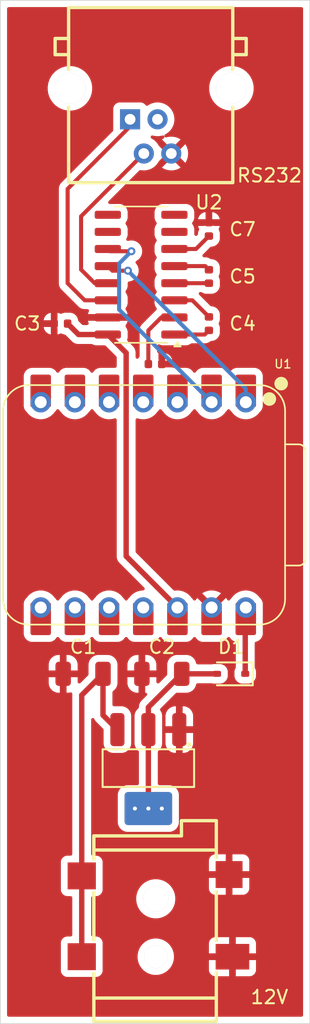
<source format=kicad_pcb>
(kicad_pcb (version 20241229) (generator "pcbnew") (generator_version "9.0")
  (layers (0 "F.Cu" signal) (2 "B.Cu" signal) (13 "F.Paste" user) (15 "B.Paste" user) (5 "F.SilkS" user "F.Silkscreen") (7 "B.SilkS" user "B.Silkscreen") (1 "F.Mask" user) (3 "B.Mask" user) (25 "Edge.Cuts" user))
  (net 0 "")
  (net 1 "GND")
  (net 2 "Net-(U2-C1+)")
  (net 3 "Net-(U2-C1-)")
  (net 4 "Net-(U2-C2+)")
  (net 5 "Net-(U2-C2-)")
  (net 6 "Net-(U2-VS+)")
  (net 7 "Net-(U2-VS-)")
  (net 8 "/12V")
  (net 9 "/5V")
  (net 10 "/3.3V")
  (net 11 "/RS232 TX")
  (net 16 "/RS232 RX")
  (net 17 "/UART TX")
  (net 18 "/UART RX")
  (net 38 "/5VD")
  (footprint "RJ11:RJ11-TH_PCB-6P4C-90_C189746" (layer "F.Cu") (at 135.1725 78.1025 180)
    (property "Reference" "RS232" (at -8.8275 -2.8975 0) (layer "F.SilkS"))
    (property "Value" "PCB-6P4C-90_C189746" (hide yes))
    (fp_line (start 7.1 7.27) (end 7.1 6.07) (stroke (width 0.25)) (layer "F.SilkS"))
    (fp_line (start 6.1 7.27) (end 7.1 7.27) (stroke (width 0.25)) (layer "F.SilkS"))
    (fp_line (start 6.1 6.07) (end 7.1 6.07) (stroke (width 0.25)) (layer "F.SilkS"))
    (fp_line (start 6.1 4.97) (end 6.1 9.57) (stroke (width 0.25)) (layer "F.SilkS"))
    (fp_line (start 6.1 -3.43) (end 6.1 2.17) (stroke (width 0.25)) (layer "F.SilkS"))
    (fp_line (start -6.1 9.57) (end 6.1 9.57) (stroke (width 0.25)) (layer "F.SilkS"))
    (fp_line (start -6.1 9.57) (end -6.1 4.97) (stroke (width 0.25)) (layer "F.SilkS"))
    (fp_line (start -6.1 7.27) (end -7.1 7.27) (stroke (width 0.25)) (layer "F.SilkS"))
    (fp_line (start -6.1 6.07) (end -7.1 6.07) (stroke (width 0.25)) (layer "F.SilkS"))
    (fp_line (start -6.1 2.17) (end -6.1 -3.43) (stroke (width 0.25)) (layer "F.SilkS"))
    (fp_line (start -6.1 -3.43) (end 6.1 -3.43) (stroke (width 0.25)) (layer "F.SilkS"))
    (fp_line (start -7.1 6.07) (end -7.1 7.27) (stroke (width 0.25)) (layer "F.SilkS"))
    (pad "" thru_hole circle (at -6 3.57 180) (size 2.3 2.3) (drill 2.3) (layers "*.Cu" "*.Mask"))
    (pad "" thru_hole circle (at 6 3.57 180) (size 2.3 2.3) (drill 2.3) (layers "*.Cu" "*.Mask"))
    (pad "1" thru_hole rect (at 1.53 1.27) (size 1.5 1.5) (drill 0.799998) (layers "*.Cu" "*.Mask") (net 11 "/RS232 TX"))
    (pad "2" thru_hole circle (at 0.51 -1.27) (size 1.5 1.5) (drill 0.799998) (layers "*.Cu" "*.Mask") (net 16 "/RS232 RX"))
    (pad "3" thru_hole circle (at -0.51 1.27) (size 1.5 1.5) (drill 0.799998) (layers "*.Cu" "*.Mask"))
    (pad "4" thru_hole circle (at -1.53 -1.27) (size 1.5 1.5) (drill 0.799998) (layers "*.Cu" "*.Mask") (net 1 "GND"))
  )
  (footprint "PCM_JLCPCB:SOT-223_L6.5-W3.5-P2.30-LS7.0-BR" (layer "F.Cu") (at 135 125 90)
    (property "Reference" "U3" (hide yes))
    (property "Value" "AMS1117" (hide yes))
    (fp_line (start 1.4 -3.4) (end 1.4 3.4) (stroke (width 0.15)) (layer "F.SilkS"))
    (fp_line (start -1.4 -3.4) (end 1.4 -3.4) (stroke (width 0.15)) (layer "F.SilkS"))
    (fp_line (start 1.4 3.4) (end -1.4 3.4) (stroke (width 0.15)) (layer "F.SilkS"))
    (fp_line (start -1.4 3.4) (end -1.4 -3.4) (stroke (width 0.15)) (layer "F.SilkS"))
    (fp_circle (center 1.75 3) (end 1.78 3) (stroke (width 0.15)) (fill no) (layer "F.SilkS"))
    (pad "1" smd roundrect (at 2.86 2.3 90) (size 2.46 1.05) (layers "F.Cu" "F.Mask" "F.Paste") (roundrect_rratio 0.2380952381) (net 1 "GND"))
    (pad "2" smd roundrect (at 2.86 0 90) (size 2.46 1.05) (layers "F.Cu" "F.Mask" "F.Paste") (roundrect_rratio 0.2380952381) (net 9 "/5V"))
    (pad "3" smd roundrect (at 2.86 -2.3 90) (size 2.46 1.05) (layers "F.Cu" "F.Mask" "F.Paste") (roundrect_rratio 0.2380952381) (net 8 "/12V"))
    (pad "4" thru_hole circle (at -3 -1 90) (size 0.5 0.5) (drill 0.3) (layers "*.Cu" "F.Mask") (net 9 "/5V"))
    (pad "4" thru_hole circle (at -3 0 90) (size 0.5 0.5) (drill 0.3) (layers "*.Cu" "F.Mask") (net 9 "/5V"))
    (pad "4" smd roundrect (at -3 0 90) (size 2.46 3.54) (layers "F.Cu" "F.Mask" "F.Paste") (roundrect_rratio 0.1016260163) (net 9 "/5V"))
    (pad "4" smd roundrect (at -3 0 90) (size 2.46 3.54) (layers "B.Cu") (roundrect_rratio 0.1016260163) (net 9 "/5V"))
    (pad "4" thru_hole circle (at -3 1 90) (size 0.5 0.5) (drill 0.3) (layers "*.Cu" "F.Mask") (net 9 "/5V"))
  )
  (footprint "Package_SO:SOIC-16_3.9x9.9mm_P1.27mm" (layer "F.Cu") (at 134.4618 88.365 180)
    (property "Reference" "U2" (at -5.0382 5.365 180) (layer "F.SilkS"))
    (property "Value" "MAX3232" (hide yes))
    (fp_line (start 0 5.06) (end 1.95 5.06) (stroke (width 0.12)) (layer "F.SilkS"))
    (fp_line (start 0 5.06) (end -1.95 5.06) (stroke (width 0.12)) (layer "F.SilkS"))
    (fp_line (start 0 -5.06) (end 1.95 -5.06) (stroke (width 0.12)) (layer "F.SilkS"))
    (fp_line (start 0 -5.06) (end -1.95 -5.06) (stroke (width 0.12)) (layer "F.SilkS"))
    (fp_poly (pts (xy -2.7 -5.005) (xy -2.94 -5.335) (xy -2.46 -5.335)) (stroke (width 0.12)) (fill yes) (layer "F.SilkS"))
    (pad "1" smd roundrect (at -2.475 -4.445 180) (size 1.95 0.6) (layers "F.Cu" "F.Mask" "F.Paste") (net 2 "Net-(U2-C1+)"))
    (pad "2" smd roundrect (at -2.475 -3.175 180) (size 1.95 0.6) (layers "F.Cu" "F.Mask" "F.Paste") (net 6 "Net-(U2-VS+)"))
    (pad "3" smd roundrect (at -2.475 -1.905 180) (size 1.95 0.6) (layers "F.Cu" "F.Mask" "F.Paste") (net 3 "Net-(U2-C1-)"))
    (pad "4" smd roundrect (at -2.475 -0.635 180) (size 1.95 0.6) (layers "F.Cu" "F.Mask" "F.Paste") (net 4 "Net-(U2-C2+)"))
    (pad "5" smd roundrect (at -2.475 0.635 180) (size 1.95 0.6) (layers "F.Cu" "F.Mask" "F.Paste") (net 5 "Net-(U2-C2-)"))
    (pad "6" smd roundrect (at -2.475 1.905 180) (size 1.95 0.6) (layers "F.Cu" "F.Mask" "F.Paste") (net 7 "Net-(U2-VS-)"))
    (pad "7" smd roundrect (at -2.475 3.175 180) (size 1.95 0.6) (layers "F.Cu" "F.Mask" "F.Paste"))
    (pad "8" smd roundrect (at -2.475 4.445 180) (size 1.95 0.6) (layers "F.Cu" "F.Mask" "F.Paste"))
    (pad "9" smd roundrect (at 2.475 4.445 180) (size 1.95 0.6) (layers "F.Cu" "F.Mask" "F.Paste"))
    (pad "10" smd roundrect (at 2.475 3.175 180) (size 1.95 0.6) (layers "F.Cu" "F.Mask" "F.Paste"))
    (pad "11" smd roundrect (at 2.475 1.905 180) (size 1.95 0.6) (layers "F.Cu" "F.Mask" "F.Paste") (net 17 "/UART TX"))
    (pad "12" smd roundrect (at 2.475 0.635 180) (size 1.95 0.6) (layers "F.Cu" "F.Mask" "F.Paste") (net 18 "/UART RX"))
    (pad "13" smd roundrect (at 2.475 -0.635 180) (size 1.95 0.6) (layers "F.Cu" "F.Mask" "F.Paste") (net 16 "/RS232 RX"))
    (pad "14" smd roundrect (at 2.475 -1.905 180) (size 1.95 0.6) (layers "F.Cu" "F.Mask" "F.Paste") (net 11 "/RS232 TX"))
    (pad "15" smd roundrect (at 2.475 -3.175 180) (size 1.95 0.6) (layers "F.Cu" "F.Mask" "F.Paste") (net 1 "GND"))
    (pad "16" smd roundrect (at 2.475 -4.445 180) (size 1.95 0.6) (layers "F.Cu" "F.Mask" "F.Paste") (net 10 "/3.3V"))
  )
  (footprint "PCM_JLCPCB:C_1206" (layer "F.Cu") (at 130.15 118 180)
    (property "Reference" "C1" (at 0 2 0) (layer "F.SilkS"))
    (property "Value" "10uF" (hide yes))
    (pad "1" smd roundrect (at -1.48 0 180) (size 1.15 1.8) (layers "F.Cu" "F.Mask" "F.Paste") (roundrect_rratio 0.217391) (net 8 "/12V"))
    (pad "2" smd roundrect (at 1.48 0 180) (size 1.15 1.8) (layers "F.Cu" "F.Mask" "F.Paste") (roundrect_rratio 0.217391) (net 1 "GND"))
  )
  (footprint "PCM_JLCPCB:D_SOD-323" (layer "F.Cu") (at 141.15 118 180)
    (property "Reference" "D1" (at 0 2 0) (layer "F.SilkS"))
    (property "Value" "1N5819WS" (hide yes))
    (fp_line (start -1.61 0.85) (end 1.05 0.85) (stroke (width 0.15)) (layer "F.SilkS"))
    (fp_line (start -1.61 -0.85) (end 1.05 -0.85) (stroke (width 0.15)) (layer "F.SilkS"))
    (fp_line (start -1.61 -0.85) (end -1.61 0.85) (stroke (width 0.15)) (layer "F.SilkS"))
    (pad "1" smd roundrect (at -1.05 0 180) (size 0.6 0.45) (layers "F.Cu" "F.Mask" "F.Paste") (net 38 "/5VD"))
    (pad "2" smd roundrect (at 1.05 0 180) (size 0.6 0.45) (layers "F.Cu" "F.Mask" "F.Paste") (net 9 "/5V"))
  )
  (footprint "PCM_JLCPCB:C_1206" (layer "F.Cu") (at 136 118 180)
    (property "Reference" "C2" (at 0 2 0) (layer "F.SilkS"))
    (property "Value" "22uF" (hide yes))
    (pad "1" smd roundrect (at -1.48 0 180) (size 1.15 1.8) (layers "F.Cu" "F.Mask" "F.Paste") (roundrect_rratio 0.217391) (net 9 "/5V"))
    (pad "2" smd roundrect (at 1.48 0 180) (size 1.15 1.8) (layers "F.Cu" "F.Mask" "F.Paste") (roundrect_rratio 0.217391) (net 1 "GND"))
  )
  (footprint "PCM_JLCPCB:C_0402" (layer "F.Cu") (at 139.5 85 90)
    (property "Reference" "C7" (at 0 2.5 180) (layer "F.SilkS"))
    (property "Value" "100nF" (hide yes))
    (pad "1" smd roundrect (at -0.5 0 90) (size 0.56 0.62) (layers "F.Cu" "F.Mask" "F.Paste") (net 7 "Net-(U2-VS-)"))
    (pad "2" smd roundrect (at 0.5 0 90) (size 0.56 0.62) (layers "F.Cu" "F.Mask" "F.Paste") (net 1 "GND"))
  )
  (footprint "PCM_JLCPCB:C_0402" (layer "F.Cu") (at 135.5 95)
    (property "Reference" "C6" (hide yes))
    (property "Value" "100nF" (hide yes))
    (pad "1" smd roundrect (at -0.5 0) (size 0.56 0.62) (layers "F.Cu" "F.Mask" "F.Paste") (net 6 "Net-(U2-VS+)"))
    (pad "2" smd roundrect (at 0.5 0) (size 0.56 0.62) (layers "F.Cu" "F.Mask" "F.Paste") (net 1 "GND"))
  )
  (footprint "PCM_JLCPCB:C_0402" (layer "F.Cu") (at 128.5 92 180)
    (property "Reference" "C3" (at 2.5 0 0) (layer "F.SilkS"))
    (property "Value" "100nF" (hide yes))
    (pad "1" smd roundrect (at -0.5 0 180) (size 0.56 0.62) (layers "F.Cu" "F.Mask" "F.Paste") (net 10 "/3.3V"))
    (pad "2" smd roundrect (at 0.5 0 180) (size 0.56 0.62) (layers "F.Cu" "F.Mask" "F.Paste") (net 1 "GND"))
  )
  (footprint "PCM_JLCPCB:C_0402" (layer "F.Cu") (at 139.5 92 90)
    (property "Reference" "C4" (at 0 2.5 180) (layer "F.SilkS"))
    (property "Value" "100nF" (hide yes))
    (pad "1" smd roundrect (at -0.5 0 90) (size 0.56 0.62) (layers "F.Cu" "F.Mask" "F.Paste") (net 2 "Net-(U2-C1+)"))
    (pad "2" smd roundrect (at 0.5 0 90) (size 0.56 0.62) (layers "F.Cu" "F.Mask" "F.Paste") (net 3 "Net-(U2-C1-)"))
  )
  (footprint "esp32:XIAO-ESP32C3-DIP" (layer "F.Cu") (at 134.62 105.575 -90)
    (property "Reference" "U1" (at -10.575 -10.38 0) (layer "F.SilkS") (effects (font (size 0.635 0.635) (thickness 0.1016))))
    (property "Value" "XIAO-ESP32-C3-DIP" (hide yes))
    (fp_line (start -7.105 10.414) (end 6.865 10.414) (stroke (width 0.127)) (layer "F.SilkS"))
    (fp_line (start -9.01 8.509) (end -9.01 -8.636) (stroke (width 0.127)) (layer "F.SilkS"))
    (fp_line (start 8.77 8.509) (end 8.77 -8.636) (stroke (width 0.127)) (layer "F.SilkS"))
    (fp_line (start -4.615 -10.541) (end -4.611272 -11.551272) (stroke (width 0.127)) (layer "F.SilkS"))
    (fp_line (start 6.865 -10.541) (end -7.105 -10.541) (stroke (width 0.1)) (layer "F.SilkS"))
    (fp_line (start 6.865 -10.541) (end -7.105 -10.541) (stroke (width 0.127)) (layer "F.SilkS"))
    (fp_line (start 4.384 -11.551) (end 4.384 -10.541) (stroke (width 0.127)) (layer "F.SilkS"))
    (fp_line (start -4.111272 -12.051) (end 3.884 -12.051) (stroke (width 0.127)) (layer "F.SilkS"))
    (fp_arc (start -7.105 10.414) (mid -8.452038 9.856038) (end -9.01 8.509) (stroke (width 0.127)) (layer "F.SilkS"))
    (fp_arc (start 8.77 8.509) (mid 8.212038 9.856038) (end 6.865 10.414) (stroke (width 0.127)) (layer "F.SilkS"))
    (fp_arc (start -9.01 -8.636) (mid -8.452038 -9.983038) (end -7.105 -10.541) (stroke (width 0.127)) (layer "F.SilkS"))
    (fp_arc (start 6.865 -10.541) (mid 8.212038 -9.983038) (end 8.77 -8.636) (stroke (width 0.127)) (layer "F.SilkS"))
    (fp_arc (start -4.611272 -11.551272) (mid -4.464728 -11.90464) (end -4.111272 -12.051) (stroke (width 0.127)) (layer "F.SilkS"))
    (fp_arc (start 3.884 -12.051) (mid 4.237553 -11.904553) (end 4.384 -11.551) (stroke (width 0.127)) (layer "F.SilkS"))
    (fp_circle (center -7.977 -9.37) (end -7.977 -9.624) (stroke (width 0.5)) (fill yes) (layer "F.SilkS"))
    (fp_circle (center -9.12 -10.25) (end -9.12 -10.504) (stroke (width 0.5)) (fill yes) (layer "F.SilkS"))
    (pad "1" smd roundrect (at -8.575 -7.62 90) (size 2.432 1.524) (layers "F.Cu" "F.Mask") (roundrect_rratio 0.1) (net 18 "/UART RX"))
    (pad "1" thru_hole circle (at -7.74 -7.62 90) (size 1.524 1.524) (drill 0.889) (layers "*.Cu" "*.Mask") (net 18 "/UART RX"))
    (pad "2" smd roundrect (at -8.575 -5.08 90) (size 2.432 1.524) (layers "F.Cu" "F.Mask") (roundrect_rratio 0.1) (net 17 "/UART TX"))
    (pad "2" thru_hole circle (at -7.74 -5.08 90) (size 1.524 1.524) (drill 0.889) (layers "*.Cu" "*.Mask") (net 17 "/UART TX"))
    (pad "3" smd roundrect (at -8.575 -2.54 90) (size 2.432 1.524) (layers "F.Cu" "F.Mask") (roundrect_rratio 0.1))
    (pad "3" thru_hole circle (at -7.74 -2.54 90) (size 1.524 1.524) (drill 0.889) (layers "*.Cu" "*.Mask"))
    (pad "4" smd roundrect (at -8.575 0 90) (size 2.432 1.524) (layers "F.Cu" "F.Mask") (roundrect_rratio 0.1))
    (pad "4" thru_hole circle (at -7.74 0 90) (size 1.524 1.524) (drill 0.889) (layers "*.Cu" "*.Mask"))
    (pad "5" smd roundrect (at -8.575 2.54 90) (size 2.432 1.524) (layers "F.Cu" "F.Mask") (roundrect_rratio 0.1))
    (pad "5" thru_hole circle (at -7.74 2.54 90) (size 1.524 1.524) (drill 0.889) (layers "*.Cu" "*.Mask"))
    (pad "6" smd roundrect (at -8.575 5.08 90) (size 2.432 1.524) (layers "F.Cu" "F.Mask") (roundrect_rratio 0.1))
    (pad "6" thru_hole circle (at -7.74 5.08 90) (size 1.524 1.524) (drill 0.889) (layers "*.Cu" "*.Mask"))
    (pad "7" smd roundrect (at -8.575 7.62 90) (size 2.432 1.524) (layers "F.Cu" "F.Mask") (roundrect_rratio 0.1))
    (pad "7" thru_hole circle (at -7.74 7.62 90) (size 1.524 1.524) (drill 0.889) (layers "*.Cu" "*.Mask"))
    (pad "8" thru_hole circle (at 7.5 7.62 270) (size 1.524 1.524) (drill 0.889) (layers "*.Cu" "*.Mask"))
    (pad "8" smd roundrect (at 8.335 7.62 270) (size 2.432 1.524) (layers "F.Cu" "F.Mask") (roundrect_rratio 0.1))
    (pad "9" thru_hole circle (at 7.5 5.08 270) (size 1.524 1.524) (drill 0.889) (layers "*.Cu" "*.Mask"))
    (pad "9" smd roundrect (at 8.335 5.08 270) (size 2.432 1.524) (layers "F.Cu" "F.Mask") (roundrect_rratio 0.1))
    (pad "10" thru_hole circle (at 7.5 2.54 270) (size 1.524 1.524) (drill 0.889) (layers "*.Cu" "*.Mask"))
    (pad "10" smd roundrect (at 8.335 2.54 270) (size 2.432 1.524) (layers "F.Cu" "F.Mask") (roundrect_rratio 0.1))
    (pad "11" thru_hole circle (at 7.5 0 270) (size 1.524 1.524) (drill 0.889) (layers "*.Cu" "*.Mask"))
    (pad "11" smd roundrect (at 8.335 0 270) (size 2.432 1.524) (layers "F.Cu" "F.Mask") (roundrect_rratio 0.1))
    (pad "12" thru_hole circle (at 7.5 -2.54 270) (size 1.524 1.524) (drill 0.889) (layers "*.Cu" "*.Mask") (net 10 "/3.3V"))
    (pad "12" smd roundrect (at 8.335 -2.54 270) (size 2.432 1.524) (layers "F.Cu" "F.Mask") (roundrect_rratio 0.1) (net 10 "/3.3V"))
    (pad "13" thru_hole circle (at 7.5 -5.08 270) (size 1.524 1.524) (drill 0.889) (layers "*.Cu" "*.Mask") (net 1 "GND"))
    (pad "13" smd roundrect (at 8.335 -5.08 270) (size 2.432 1.524) (layers "F.Cu" "F.Mask") (roundrect_rratio 0.1) (net 1 "GND"))
    (pad "14" thru_hole circle (at 7.5 -7.62 270) (size 1.524 1.524) (drill 0.889) (layers "*.Cu" "*.Mask") (net 38 "/5VD"))
    (pad "14" smd roundrect (at 8.335 -7.62 270) (size 2.432 1.524) (layers "F.Cu" "F.Mask") (roundrect_rratio 0.1) (net 38 "/5VD"))
  )
  (footprint "DC_PowerJack:DC-IN_DC050-T" (layer "F.Cu") (at 135.65 135.95 -90)
    (property "Reference" "12V" (at 6.05 -8.35 180) (layer "F.SilkS"))
    (property "Value" "DC050-T" (hide yes))
    (fp_line (start -5.92 4.7) (end -4.18 4.7) (stroke (width 0.25)) (layer "F.SilkS"))
    (fp_line (start 1.82 4.7) (end -1.72 4.7) (stroke (width 0.25)) (layer "F.SilkS"))
    (fp_line (start 6.12 4.7) (end 6.12 -4.4) (stroke (width 0.25)) (layer "F.SilkS"))
    (fp_line (start 7.85 4.7) (end 4.28 4.7) (stroke (width 0.25)) (layer "F.SilkS"))
    (fp_line (start -7.05 -1.81) (end -5.92 -1.81) (stroke (width 0.25)) (layer "F.SilkS"))
    (fp_line (start -5.92 -1.81) (end -5.92 4.7) (stroke (width 0.25)) (layer "F.SilkS"))
    (fp_line (start -7.05 -4.4) (end -7.05 -1.81) (stroke (width 0.25)) (layer "F.SilkS"))
    (fp_line (start -7.05 -4.4) (end -4.28 -4.4) (stroke (width 0.25)) (layer "F.SilkS"))
    (fp_line (start -4.87 -4.4) (end -4.87 4.7) (stroke (width 0.25)) (layer "F.SilkS"))
    (fp_line (start -1.82 -4.4) (end 1.87 -4.4) (stroke (width 0.25)) (layer "F.SilkS"))
    (fp_line (start 4.23 -4.4) (end 7.85 -4.4) (stroke (width 0.25)) (layer "F.SilkS"))
    (fp_line (start 7.85 -4.4) (end 7.85 4.7) (stroke (width 0.25)) (layer "F.SilkS"))
    (pad "" thru_hole circle (at -1.25 0.1 270) (size 1.9 1.9) (drill 1.9) (layers "*.Cu" "*.Mask"))
    (pad "" thru_hole circle (at 3.05 0.1 270) (size 1.7 1.7) (drill 1.7) (layers "*.Cu" "*.Mask"))
    (pad "1" smd rect (at -2.95 5.6 90) (size 2 2.1) (layers "F.Cu" "F.Mask" "F.Paste") (net 8 "/12V"))
    (pad "1" smd rect (at 3.05 5.6 90) (size 2 2.1) (layers "F.Cu" "F.Mask" "F.Paste") (net 8 "/12V"))
    (pad "2" smd rect (at 3.05 -5.6 90) (size 1.9 2.5) (layers "F.Cu" "F.Mask" "F.Paste") (net 1 "GND"))
    (pad "3" smd rect (at -3.05 -5.35 90) (size 2 2) (layers "F.Cu" "F.Mask" "F.Paste") (net 1 "GND"))
  )
  (footprint "PCM_JLCPCB:C_0402" (layer "F.Cu") (at 139.5 88.5 90)
    (property "Reference" "C5" (at 0 2.5 180) (layer "F.SilkS"))
    (property "Value" "100nF" (hide yes))
    (pad "1" smd roundrect (at -0.5 0 90) (size 0.56 0.62) (layers "F.Cu" "F.Mask" "F.Paste") (net 4 "Net-(U2-C2+)"))
    (pad "2" smd roundrect (at 0.5 0 90) (size 0.56 0.62) (layers "F.Cu" "F.Mask" "F.Paste") (net 5 "Net-(U2-C2-)"))
  )
  (gr_rect (start 124 68) (end 147 143.955) (stroke (width 0.05)) (fill no) (layer "Edge.Cuts"))
  (segment (start 139.19 92.81) (end 139.5 92.5) (width 0.3) (layer "F.Cu") (net 2))
  (segment (start 136.9368 92.81) (end 139.19 92.81) (width 0.3) (layer "F.Cu") (net 2))
  (segment (start 136.9368 90.27) (end 138.27 90.27) (width 0.3) (layer "F.Cu") (net 3))
  (segment (start 138.27 90.27) (end 139.5 91.5) (width 0.3) (layer "F.Cu") (net 3))
  (segment (start 136.9368 89) (end 139.5 89) (width 0.3) (layer "F.Cu") (net 4))
  (segment (start 136.9368 87.73) (end 137.0145 87.6523) (width 0.3) (layer "F.Cu") (net 5))
  (segment (start 139.23 87.73) (end 139.5 88) (width 0.3) (layer "F.Cu") (net 5))
  (segment (start 136.9368 87.73) (end 139.23 87.73) (width 0.3) (layer "F.Cu") (net 5))
  (segment (start 135 95) (end 135 92.501801) (width 0.3) (layer "F.Cu") (net 6))
  (segment (start 135.961801 91.54) (end 136.9368 91.54) (width 0.3) (layer "F.Cu") (net 6))
  (segment (start 135 92.501801) (end 135.961801 91.54) (width 0.3) (layer "F.Cu") (net 6))
  (segment (start 138.54 86.46) (end 136.9368 86.46) (width 0.3) (layer "F.Cu") (net 7))
  (segment (start 139.5 85.5) (end 138.54 86.46) (width 0.3) (layer "F.Cu") (net 7))
  (segment (start 130.05 133) (end 130.05 119.58) (width 0.4) (layer "F.Cu") (net 8))
  (segment (start 132.7 122.14) (end 131.63 121.07) (width 0.4) (layer "F.Cu") (net 8))
  (segment (start 130.05 119.58) (end 131.63 118) (width 0.4) (layer "F.Cu") (net 8))
  (segment (start 131.63 121.07) (end 131.63 118) (width 0.4) (layer "F.Cu") (net 8))
  (segment (start 130.05 139) (end 130.05 133) (width 0.4) (layer "F.Cu") (net 8))
  (segment (start 137.48 118) (end 140.1 118) (width 0.4) (layer "F.Cu") (net 9))
  (segment (start 135 120.48) (end 135 122.14) (width 0.4) (layer "F.Cu") (net 9))
  (segment (start 135 122.14) (end 135 127) (width 0.4) (layer "F.Cu") (net 9))
  (segment (start 135 127) (end 134 128) (width 0.4) (layer "F.Cu") (net 9))
  (segment (start 137.48 118) (end 135 120.48) (width 0.4) (layer "F.Cu") (net 9))
  (segment (start 134 128) (end 135 128) (width 0.4) (layer "B.Cu") (net 9))
  (segment (start 136 128) (end 135 128) (width 0.4) (layer "B.Cu") (net 9))
  (segment (start 137.16 113.91) (end 137.16 113.075) (width 0.4) (layer "F.Cu") (net 10))
  (segment (start 133.35 109.265) (end 133.35 94.1732) (width 0.4) (layer "F.Cu") (net 10))
  (segment (start 131.9868 92.81) (end 129.81 92.81) (width 0.4) (layer "F.Cu") (net 10))
  (segment (start 129.81 92.81) (end 129 92) (width 0.4) (layer "F.Cu") (net 10))
  (segment (start 133.35 94.1732) (end 131.9868 92.81) (width 0.4) (layer "F.Cu") (net 10))
  (segment (start 137.16 113.075) (end 133.35 109.265) (width 0.4) (layer "F.Cu") (net 10))
  (segment (start 129 82) (end 133.6425 77.3575) (width 0.3) (layer "F.Cu") (net 11))
  (segment (start 130.27 90.27) (end 129 89) (width 0.3) (layer "F.Cu") (net 11))
  (segment (start 131.9868 90.27) (end 130.27 90.27) (width 0.3) (layer "F.Cu") (net 11))
  (segment (start 129 89) (end 129 82) (width 0.3) (layer "F.Cu") (net 11))
  (segment (start 133.6425 77.3575) (end 133.6425 76.8325) (width 0.3) (layer "F.Cu") (net 11))
  (segment (start 130 87.988199) (end 131.011801 89) (width 0.3) (layer "F.Cu") (net 16))
  (segment (start 131.011801 89) (end 131.9868 89) (width 0.3) (layer "F.Cu") (net 16))
  (segment (start 134.6625 79.3725) (end 130 84.035) (width 0.3) (layer "F.Cu") (net 16))
  (segment (start 130 84.035) (end 130 87.988199) (width 0.3) (layer "F.Cu") (net 16))
  (segment (start 132.1555 86.6287) (end 131.9868 86.46) (width 0.3) (layer "F.Cu") (net 17))
  (segment (start 139.7 97) (end 139.7 97.835) (width 0.3) (layer "F.Cu") (net 17))
  (segment (start 133.7375 86.6287) (end 132.1555 86.6287) (width 0.3) (layer "F.Cu") (net 17))
  (via (at 133.7375 86.6287) (size 0.6) (drill 0.3) (layers "F.Cu" "B.Cu") (net 17))
  (segment (start 132.8274 90.9624) (end 132.8274 87.5388) (width 0.3) (layer "B.Cu") (net 17))
  (segment (start 132.8274 87.5388) (end 133.7375 86.6287) (width 0.3) (layer "B.Cu") (net 17))
  (segment (start 139.7 97.835) (end 132.8274 90.9624) (width 0.3) (layer "B.Cu") (net 17))
  (segment (start 133.4792 88.0704) (end 132.3272 88.0704) (width 0.3) (layer "F.Cu") (net 18))
  (segment (start 132.3272 88.0704) (end 131.9868 87.73) (width 0.3) (layer "F.Cu") (net 18))
  (segment (start 142.24 97.835) (end 142.24 97) (width 0.3) (layer "F.Cu") (net 18))
  (via (at 133.4792 88.0704) (size 0.6) (drill 0.3) (layers "F.Cu" "B.Cu") (net 18))
  (segment (start 142.24 97.835) (end 142.24 96.8312) (width 0.3) (layer "B.Cu") (net 18))
  (segment (start 142.24 96.8312) (end 133.4792 88.0704) (width 0.3) (layer "B.Cu") (net 18))
  (segment (start 142.2 113.95) (end 142.24 113.91) (width 0.4) (layer "F.Cu") (net 38))
  (segment (start 142.2 118) (end 142.2 113.95) (width 0.4) (layer "F.Cu") (net 38))
  (segment (start 142.24 113.075) (end 142.24 113.91) (width 0.4) (layer "F.Cu") (net 38))
  (zone (net 1) (net_name "GND") (layer "F.Cu") (connect_pads (clearance 0.5)) (min_thickness 0.25) (fill yes (thermal_gap 0.5) (thermal_bridge_width 0.5))
    (polygon (pts (xy 124 68) (xy 147 68) (xy 147 144) (xy 124 144)))
  )
)
</source>
